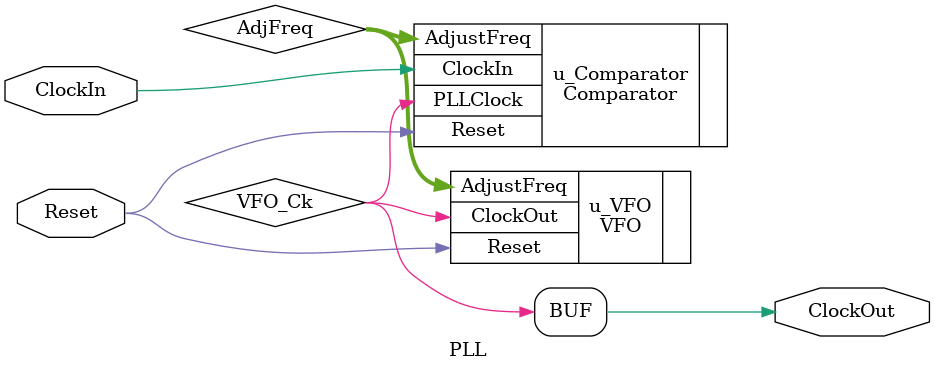
<source format=v>

module PLL (output ClockOut, input ClockIn, Reset);

wire[1:0] AdjFreq;
wire VFO_Ck;

assign ClockOut = VFO_Ck;

Comparator 
u_Comparator ( .AdjustFreq  (AdjFreq), 
               .ClockIn     (ClockIn),
               .PLLClock    (VFO_Ck), 
               .Reset       (Reset)
             );
VFO
u_VFO ( .ClockOut     (VFO_Ck), 
        .AdjustFreq   (AdjFreq), 
        .Reset        (Reset)
      );

endmodule // PLL


</source>
